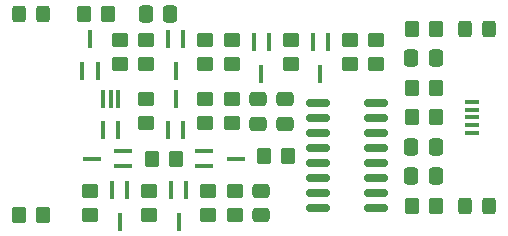
<source format=gbr>
%TF.GenerationSoftware,KiCad,Pcbnew,(6.0.0)*%
%TF.CreationDate,2022-01-04T17:43:04-06:00*%
%TF.ProjectId,minirib-usb,6d696e69-7269-4622-9d75-73622e6b6963,B*%
%TF.SameCoordinates,Original*%
%TF.FileFunction,Paste,Top*%
%TF.FilePolarity,Positive*%
%FSLAX46Y46*%
G04 Gerber Fmt 4.6, Leading zero omitted, Abs format (unit mm)*
G04 Created by KiCad (PCBNEW (6.0.0)) date 2022-01-04 17:43:04*
%MOMM*%
%LPD*%
G01*
G04 APERTURE LIST*
G04 Aperture macros list*
%AMRoundRect*
0 Rectangle with rounded corners*
0 $1 Rounding radius*
0 $2 $3 $4 $5 $6 $7 $8 $9 X,Y pos of 4 corners*
0 Add a 4 corners polygon primitive as box body*
4,1,4,$2,$3,$4,$5,$6,$7,$8,$9,$2,$3,0*
0 Add four circle primitives for the rounded corners*
1,1,$1+$1,$2,$3*
1,1,$1+$1,$4,$5*
1,1,$1+$1,$6,$7*
1,1,$1+$1,$8,$9*
0 Add four rect primitives between the rounded corners*
20,1,$1+$1,$2,$3,$4,$5,0*
20,1,$1+$1,$4,$5,$6,$7,0*
20,1,$1+$1,$6,$7,$8,$9,0*
20,1,$1+$1,$8,$9,$2,$3,0*%
G04 Aperture macros list end*
%ADD10RoundRect,0.250000X-0.337500X-0.475000X0.337500X-0.475000X0.337500X0.475000X-0.337500X0.475000X0*%
%ADD11RoundRect,0.250000X-0.475000X0.337500X-0.475000X-0.337500X0.475000X-0.337500X0.475000X0.337500X0*%
%ADD12RoundRect,0.250000X0.475000X-0.337500X0.475000X0.337500X-0.475000X0.337500X-0.475000X-0.337500X0*%
%ADD13RoundRect,0.249999X0.325001X0.450001X-0.325001X0.450001X-0.325001X-0.450001X0.325001X-0.450001X0*%
%ADD14R,0.450000X1.500000*%
%ADD15R,1.500000X0.450000*%
%ADD16RoundRect,0.249999X-0.350001X-0.450001X0.350001X-0.450001X0.350001X0.450001X-0.350001X0.450001X0*%
%ADD17RoundRect,0.249999X0.350001X0.450001X-0.350001X0.450001X-0.350001X-0.450001X0.350001X-0.450001X0*%
%ADD18RoundRect,0.249999X-0.450001X0.350001X-0.450001X-0.350001X0.450001X-0.350001X0.450001X0.350001X0*%
%ADD19RoundRect,0.249999X0.450001X-0.350001X0.450001X0.350001X-0.450001X0.350001X-0.450001X-0.350001X0*%
%ADD20R,0.400000X1.500000*%
%ADD21R,1.300000X0.450000*%
%ADD22RoundRect,0.250000X-0.350000X-0.450000X0.350000X-0.450000X0.350000X0.450000X-0.350000X0.450000X0*%
%ADD23RoundRect,0.250000X-0.450000X0.350000X-0.450000X-0.350000X0.450000X-0.350000X0.450000X0.350000X0*%
%ADD24RoundRect,0.150000X0.825000X0.150000X-0.825000X0.150000X-0.825000X-0.150000X0.825000X-0.150000X0*%
G04 APERTURE END LIST*
D10*
%TO.C,C1*%
X162212500Y-103750000D03*
X164287500Y-103750000D03*
%TD*%
%TO.C,C4*%
X162212500Y-96250000D03*
X164287500Y-96250000D03*
%TD*%
D11*
%TO.C,C5*%
X149500000Y-107462500D03*
X149500000Y-109537500D03*
%TD*%
D10*
%TO.C,C6*%
X139712500Y-92500000D03*
X141787500Y-92500000D03*
%TD*%
D12*
%TO.C,C7*%
X149250000Y-101787500D03*
X149250000Y-99712500D03*
%TD*%
D11*
%TO.C,C8*%
X151500000Y-99712500D03*
X151500000Y-101787500D03*
%TD*%
D13*
%TO.C,D5*%
X168775000Y-108750000D03*
X166725000Y-108750000D03*
%TD*%
%TO.C,D6*%
X168775000Y-93750000D03*
X166725000Y-93750000D03*
%TD*%
%TO.C,D7*%
X131025000Y-92500000D03*
X128975000Y-92500000D03*
%TD*%
D14*
%TO.C,Q1*%
X138150000Y-107420000D03*
X136850000Y-107420000D03*
X137500000Y-110080000D03*
%TD*%
D15*
%TO.C,Q2*%
X144670000Y-104100000D03*
X144670000Y-105400000D03*
X147330000Y-104750000D03*
%TD*%
D14*
%TO.C,Q3*%
X134350000Y-97330000D03*
X135650000Y-97330000D03*
X135000000Y-94670000D03*
%TD*%
%TO.C,Q4*%
X143150000Y-107420000D03*
X141850000Y-107420000D03*
X142500000Y-110080000D03*
%TD*%
%TO.C,Q5*%
X141600000Y-102330000D03*
X142900000Y-102330000D03*
X142250000Y-99670000D03*
%TD*%
%TO.C,Q6*%
X142900000Y-94670000D03*
X141600000Y-94670000D03*
X142250000Y-97330000D03*
%TD*%
%TO.C,Q7*%
X155150000Y-94920000D03*
X153850000Y-94920000D03*
X154500000Y-97580000D03*
%TD*%
D16*
%TO.C,R1*%
X162250000Y-98750000D03*
X164250000Y-98750000D03*
%TD*%
D17*
%TO.C,R2*%
X164250000Y-101250000D03*
X162250000Y-101250000D03*
%TD*%
D16*
%TO.C,R5*%
X162250000Y-108750000D03*
X164250000Y-108750000D03*
%TD*%
D17*
%TO.C,R6*%
X164250000Y-93750000D03*
X162250000Y-93750000D03*
%TD*%
D18*
%TO.C,R7*%
X140000000Y-107500000D03*
X140000000Y-109500000D03*
%TD*%
D17*
%TO.C,R8*%
X151750000Y-104500000D03*
X149750000Y-104500000D03*
%TD*%
D16*
%TO.C,R9*%
X134500000Y-92500000D03*
X136500000Y-92500000D03*
%TD*%
D18*
%TO.C,R10*%
X147250000Y-107500000D03*
X147250000Y-109500000D03*
%TD*%
D19*
%TO.C,R11*%
X135000000Y-109500000D03*
X135000000Y-107500000D03*
%TD*%
%TO.C,R12*%
X145000000Y-109500000D03*
X145000000Y-107500000D03*
%TD*%
D18*
%TO.C,R13*%
X147000000Y-99750000D03*
X147000000Y-101750000D03*
%TD*%
D19*
%TO.C,R14*%
X137500000Y-96750000D03*
X137500000Y-94750000D03*
%TD*%
D18*
%TO.C,R15*%
X144750000Y-99750000D03*
X144750000Y-101750000D03*
%TD*%
%TO.C,R16*%
X139750000Y-94750000D03*
X139750000Y-96750000D03*
%TD*%
D19*
%TO.C,R17*%
X139750000Y-101750000D03*
X139750000Y-99750000D03*
%TD*%
D18*
%TO.C,R18*%
X144750000Y-94750000D03*
X144750000Y-96750000D03*
%TD*%
D19*
%TO.C,R19*%
X147000000Y-96750000D03*
X147000000Y-94750000D03*
%TD*%
D18*
%TO.C,R20*%
X157000000Y-94750000D03*
X157000000Y-96750000D03*
%TD*%
%TO.C,R21*%
X159250000Y-94750000D03*
X159250000Y-96750000D03*
%TD*%
D17*
%TO.C,R22*%
X131000000Y-109500000D03*
X129000000Y-109500000D03*
%TD*%
D20*
%TO.C,U2*%
X137400000Y-99670000D03*
X136750000Y-99670000D03*
X136100000Y-99670000D03*
X136100000Y-102330000D03*
X137400000Y-102330000D03*
%TD*%
D21*
%TO.C,J1*%
X167350000Y-102550000D03*
X167350000Y-101900000D03*
X167350000Y-101250000D03*
X167350000Y-100600000D03*
X167350000Y-99950000D03*
%TD*%
D14*
%TO.C,Q9*%
X150150000Y-94920000D03*
X148850000Y-94920000D03*
X149500000Y-97580000D03*
%TD*%
D22*
%TO.C,R23*%
X140250000Y-104750000D03*
X142250000Y-104750000D03*
%TD*%
D23*
%TO.C,R24*%
X152000000Y-94750000D03*
X152000000Y-96750000D03*
%TD*%
D10*
%TO.C,C10*%
X162212500Y-106250000D03*
X164287500Y-106250000D03*
%TD*%
D15*
%TO.C,Q8*%
X137830000Y-105400000D03*
X137830000Y-104100000D03*
X135170000Y-104750000D03*
%TD*%
D24*
%TO.C,U1*%
X159225000Y-108945000D03*
X159225000Y-107675000D03*
X159225000Y-106405000D03*
X159225000Y-105135000D03*
X159225000Y-103865000D03*
X159225000Y-102595000D03*
X159225000Y-101325000D03*
X159225000Y-100055000D03*
X154275000Y-100055000D03*
X154275000Y-101325000D03*
X154275000Y-102595000D03*
X154275000Y-103865000D03*
X154275000Y-105135000D03*
X154275000Y-106405000D03*
X154275000Y-107675000D03*
X154275000Y-108945000D03*
%TD*%
M02*

</source>
